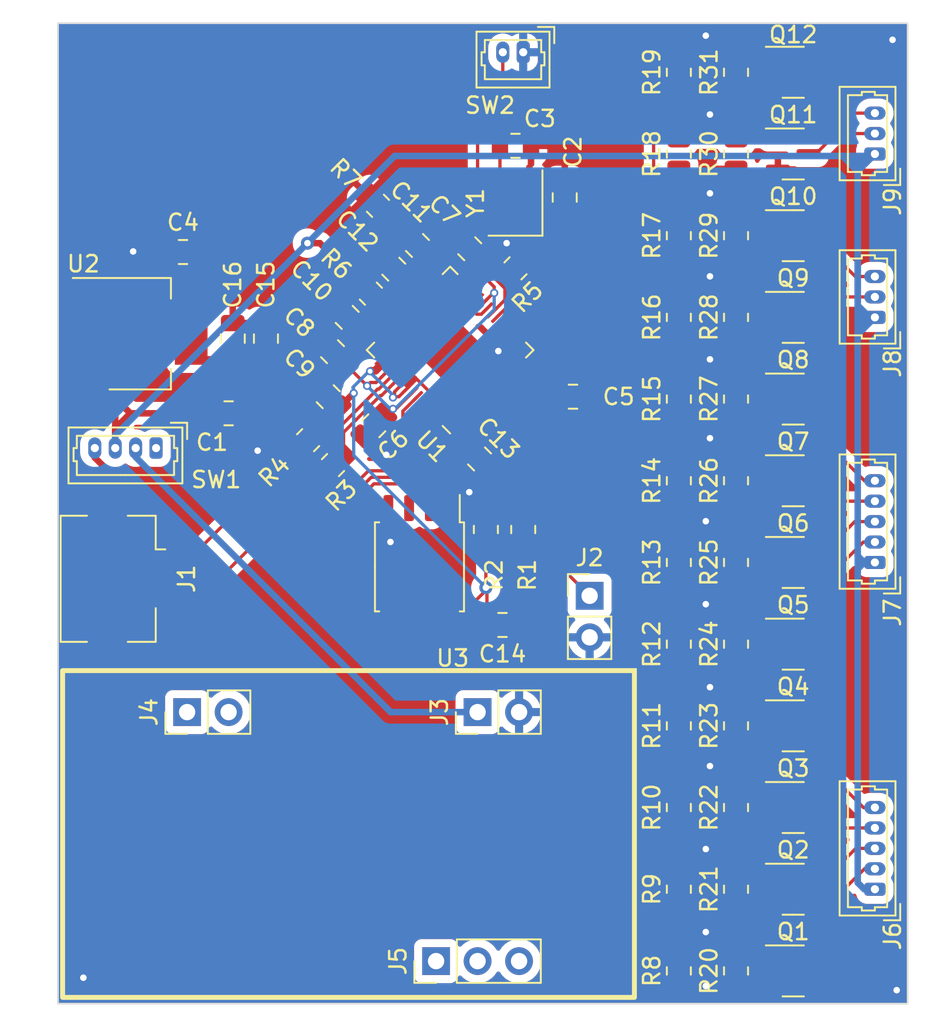
<source format=kicad_pcb>
(kicad_pcb (version 20221018) (generator pcbnew)
  (layers (0 "F.Cu" signal) (31 "B.Cu" signal) (34 "B.Paste" user) (35 "F.Paste" user) (36 "B.SilkS" user "B.Silkscreen") (37 "F.SilkS" user "F.Silkscreen") (38 "B.Mask" user) (39 "F.Mask" user) (44 "Edge.Cuts" user))
  (net 0 "")
  (net 1 "VCC")
  (net 2 "GND")
  (net 3 "Net-(U1-XIN)")
  (net 4 "Net-(C3-Pad2)")
  (net 5 "+3V3")
  (net 6 "+1V1")
  (net 7 "Net-(J1-VBUS)")
  (net 8 "Net-(J1-D-)")
  (net 9 "Net-(J1-D+)")
  (net 11 "Net-(J2-Pin_1)")
  (net 12 "Net-(J3-Pin_1)")
  (net 18 "Net-(J6-Pin_2)")
  (net 19 "Net-(J6-Pin_3)")
  (net 20 "Net-(J6-Pin_4)")
  (net 21 "Net-(J6-Pin_5)")
  (net 22 "Net-(J7-Pin_2)")
  (net 23 "Net-(J7-Pin_3)")
  (net 24 "Net-(J7-Pin_4)")
  (net 25 "Net-(J7-Pin_5)")
  (net 26 "Net-(J8-Pin_2)")
  (net 27 "Net-(J8-Pin_3)")
  (net 28 "Net-(J9-Pin_2)")
  (net 29 "Net-(J9-Pin_3)")
  (net 30 "Net-(Q1-G)")
  (net 31 "Net-(Q2-G)")
  (net 32 "Net-(Q3-G)")
  (net 33 "Net-(Q4-G)")
  (net 34 "Net-(Q5-G)")
  (net 35 "Net-(Q6-G)")
  (net 36 "Net-(Q7-G)")
  (net 37 "Net-(Q8-G)")
  (net 38 "Net-(Q9-G)")
  (net 39 "Net-(Q10-G)")
  (net 40 "Net-(Q11-G)")
  (net 41 "Net-(Q12-G)")
  (net 42 "Net-(U1-QSPI_SS)")
  (net 43 "Net-(U1-USB_DP)")
  (net 44 "Net-(U1-USB_DM)")
  (net 45 "Net-(U1-XOUT)")
  (net 46 "Net-(U1-GPIO26_ADC0)")
  (net 47 "Net-(U1-GPIO0)")
  (net 48 "Net-(U1-GPIO1)")
  (net 49 "Net-(U1-GPIO2)")
  (net 50 "Net-(U1-GPIO3)")
  (net 51 "Net-(U1-GPIO4)")
  (net 52 "Net-(U1-GPIO5)")
  (net 53 "Net-(U1-GPIO6)")
  (net 54 "Net-(U1-GPIO7)")
  (net 55 "Net-(U1-GPIO8)")
  (net 56 "Net-(U1-GPIO9)")
  (net 57 "Net-(U1-GPIO10)")
  (net 58 "Net-(U1-GPIO11)")
  (net 60 "Net-(U1-RUN)")
  (net 80 "Net-(U1-QSPI_SD3)")
  (net 81 "Net-(U1-QSPI_SCLK)")
  (net 82 "Net-(U1-QSPI_SD0)")
  (net 83 "Net-(U1-QSPI_SD2)")
  (net 84 "Net-(U1-QSPI_SD1)")
  (footprint "Connector_Molex:Molex_PicoBlade_53047-0510_1x05_P1.25mm_Vertical" (layer "F.Cu") (at 131 128 90)
    (fp_text reference "J7")
    (fp_text value "R Spinner")
  )
  (footprint "Capacitor_SMD:C_0805_2012Metric" (layer "F.Cu") (at 98.7 113 135)
    (fp_text reference "C10")
    (fp_text value "1u")
  )
  (footprint "Resistor_SMD:R_0805_2012Metric" (layer "F.Cu") (at 119 128 90)
    (fp_text reference "R13")
    (fp_text value "~")
  )
  (footprint "Resistor_SMD:R_0805_2012Metric" (layer "F.Cu") (at 100.584 106.172 -45)
    (fp_text reference "R7")
    (fp_text value "~")
  )
  (footprint "Resistor_SMD:R_0805_2012Metric" (layer "F.Cu") (at 119 143 90)
    (fp_text reference "R10")
    (fp_text value "~")
  )
  (footprint "Connector_Molex:Molex_PicoBlade_53047-0210_1x02_P1.25mm_Vertical" (layer "F.Cu") (at 109.474 96.774 180)
    (fp_text reference "SW2")
    (fp_text value "SW_Push")
  )
  (footprint "Capacitor_SMD:C_0805_2012Metric" (layer "F.Cu") (at 106.8 121.666 -45)
    (fp_text reference "C13")
    (fp_text value "100n")
  )
  (footprint "Resistor_SMD:R_0805_2012Metric" (layer "F.Cu") (at 122.5 133 90)
    (fp_text reference "R24")
    (fp_text value "~")
  )
  (footprint "Connector_PinHeader_2.54mm:PinHeader_1x02_P2.54mm_Vertical" (layer "F.Cu") (at 88.9 137.16 90)
    (fp_text reference "J4")
    (fp_text value "Charger - In")
  )
  (footprint "Resistor_SMD:R_0805_2012Metric" (layer "F.Cu") (at 107.188 125.984 -90)
    (fp_text reference "R2")
    (fp_text value "DNF")
  )
  (footprint "Resistor_SMD:R_0805_2012Metric" (layer "F.Cu") (at 109 110 -135)
    (fp_text reference "R5")
    (fp_text value "1k")
  )
  (footprint "Package_SO:SOIC-8_5.23x5.23mm_P1.27mm" (layer "F.Cu") (at 103.124 128.27 -90)
    (fp_text reference "U3")
    (fp_text value "W25Q128JVS")
  )
  (footprint "Package_DFN_QFN:QFN-56-1EP_7x7mm_P0.4mm_EP3.2x3.2mm" (layer "F.Cu") (at 105 115 135)
    (fp_text reference "U1")
    (fp_text value "RP2040")
  )
  (footprint "Resistor_SMD:R_0805_2012Metric" (layer "F.Cu") (at 119 138 90)
    (fp_text reference "R11")
    (fp_text value "~")
  )
  (footprint "Capacitor_SMD:C_0805_2012Metric" (layer "F.Cu") (at 112.522 117.856)
    (fp_text reference "C5")
    (fp_text value "100n")
  )
  (footprint "Capacitor_SMD:C_0805_2012Metric" (layer "F.Cu") (at 97.8 115.1 135)
    (fp_text reference "C8")
    (fp_text value "1u")
  )
  (footprint "Capacitor_SMD:C_0805_2012Metric" (layer "F.Cu") (at 112.014 105.664 -90)
    (fp_text reference "C2")
    (fp_text value "15p")
  )
  (footprint "Capacitor_SMD:C_0805_2012Metric" (layer "F.Cu") (at 103 108.6 135)
    (fp_text reference "C11")
    (fp_text value "100n")
  )
  (footprint "Connector_PinHeader_2.54mm:PinHeader_1x03_P2.54mm_Vertical" (layer "F.Cu") (at 104.14 152.4 90)
    (fp_text reference "J5")
    (fp_text value "Charger - Bat")
  )
  (footprint "Capacitor_SMD:C_0805_2012Metric" (layer "F.Cu") (at 88.65 109 180)
    (fp_text reference "C4")
    (fp_text value "10u")
  )
  (footprint "Resistor_SMD:R_0805_2012Metric" (layer "F.Cu") (at 97.83 122.04 -135)
    (fp_text reference "R3")
    (fp_text value "27.4")
  )
  (footprint "Resistor_SMD:R_0805_2012Metric" (layer "F.Cu") (at 122.5 143 90)
    (fp_text reference "R22")
    (fp_text value "~")
  )
  (footprint "Resistor_SMD:R_0805_2012Metric" (layer "F.Cu") (at 122.5 98 90)
    (fp_text reference "R31")
    (fp_text value "~")
  )
  (footprint "Package_TO_SOT_SMD:SOT-23" (layer "F.Cu") (at 126 133)
    (fp_text reference "Q5")
    (fp_text value "BSS138")
  )
  (footprint "Resistor_SMD:R_0805_2012Metric" (layer "F.Cu") (at 122.5 123 90)
    (fp_text reference "R26")
    (fp_text value "~")
  )
  (footprint "Connector_PinHeader_2.54mm:PinHeader_1x02_P2.54mm_Vertical" (layer "F.Cu") (at 106.68 137.16 90)
    (fp_text reference "J3")
    (fp_text value "Charger - Out")
  )
  (footprint "Resistor_SMD:R_0805_2012Metric" (layer "F.Cu") (at 122.5 103 90)
    (fp_text reference "R30")
    (fp_text value "~")
  )
  (footprint "Resistor_SMD:R_0805_2012Metric" (layer "F.Cu") (at 122.5 148 90)
    (fp_text reference "R21")
    (fp_text value "~")
  )
  (footprint "Resistor_SMD:R_0805_2012Metric" (layer "F.Cu") (at 119 108 90)
    (fp_text reference "R17")
    (fp_text value "~")
  )
  (footprint "Package_TO_SOT_SMD:SOT-23" (layer "F.Cu") (at 126 98)
    (fp_text reference "Q12")
    (fp_text value "BSS138")
  )
  (footprint "Resistor_SMD:R_0805_2012Metric" (layer "F.Cu") (at 119 118 90)
    (fp_text reference "R15")
    (fp_text value "~")
  )
  (footprint "Resistor_SMD:R_0805_2012Metric" (layer "F.Cu") (at 119 148 90)
    (fp_text reference "R9")
    (fp_text value "~")
  )
  (footprint "Capacitor_SMD:C_0805_2012Metric" (layer "F.Cu") (at 91.44 118.872)
    (fp_text reference "C1")
    (fp_text value "10u")
  )
  (footprint "Capacitor_SMD:C_0805_2012Metric" (layer "F.Cu") (at 101.55 110.05 135)
    (fp_text reference "C12")
    (fp_text value "100n")
  )
  (footprint "Connector_PinHeader_2.54mm:PinHeader_1x02_P2.54mm_Vertical" (layer "F.Cu") (at 113.538 130.043)
    (fp_text reference "J2")
    (fp_text value "Conn_01x02")
  )
  (footprint "Package_TO_SOT_SMD:SOT-23" (layer "F.Cu") (at 126 118)
    (fp_text reference "Q8")
    (fp_text value "BSS138")
  )
  (footprint "Package_TO_SOT_SMD:SOT-23" (layer "F.Cu") (at 126 103)
    (fp_text reference "Q11")
    (fp_text value "BSS138")
  )
  (footprint "Resistor_SMD:R_0805_2012Metric" (layer "F.Cu") (at 119 133 90)
    (fp_text reference "R12")
    (fp_text value "~")
  )
  (footprint "Connector_Molex:Molex_PicoBlade_53047-0310_1x03_P1.25mm_Vertical" (layer "F.Cu") (at 131 113 90)
    (fp_text reference "J8")
    (fp_text value "L Blinker")
  )
  (footprint "Resistor_SMD:R_0805_2012Metric" (layer "F.Cu") (at 96.306 120.516 45)
    (fp_text reference "R4")
    (fp_text value "27.4")
  )
  (footprint "Crystal:Crystal_SMD_3225-4Pin_3.2x2.5mm" (layer "F.Cu") (at 109 106 90)
    (fp_text reference "Y1")
    (fp_text value "Crystal_GND24")
  )
  (footprint "Package_TO_SOT_SMD:SOT-23" (layer "F.Cu") (at 126 123)
    (fp_text reference "Q7")
    (fp_text value "BSS138")
  )
  (footprint "Resistor_SMD:R_0805_2012Metric" (layer "F.Cu") (at 119 153 90)
    (fp_text reference "R8")
    (fp_text value "~")
  )
  (footprint "Resistor_SMD:R_0805_2012Metric" (layer "F.Cu") (at 100.15 111.55 135)
    (fp_text reference "R6")
    (fp_text value "~")
  )
  (footprint "Resistor_SMD:R_0805_2012Metric" (layer "F.Cu") (at 119 113 90)
    (fp_text reference "R16")
    (fp_text value "~")
  )
  (footprint "Capacitor_SMD:C_0805_2012Metric" (layer "F.Cu") (at 97.536 117.856 135)
    (fp_text reference "C9")
    (fp_text value "100n")
  )
  (footprint "Resistor_SMD:R_0805_2012Metric" (layer "F.Cu") (at 109.474 125.984 -90)
    (fp_text reference "R1")
    (fp_text value "1k")
  )
  (footprint "Capacitor_SMD:C_0805_2012Metric" (layer "F.Cu") (at 108.204 131.826)
    (fp_text reference "C14")
    (fp_text value "100n")
  )
  (footprint "Connector_Molex:Molex_PicoBlade_53047-0310_1x03_P1.25mm_Vertical" (layer "F.Cu") (at 131 103 90)
    (fp_text reference "J9")
    (fp_text value "R Blinker")
  )
  (footprint "Capacitor_SMD:C_0805_2012Metric" (layer "F.Cu") (at 106.2 108.8 135)
    (fp_text reference "C7")
    (fp_text value "100n")
  )
  (footprint "Package_TO_SOT_SMD:SOT-223-3_TabPin2" (layer "F.Cu") (at 86 114)
    (fp_text reference "U2")
    (fp_text value "NCP1117-3.3_SOT223")
  )
  (footprint "Package_TO_SOT_SMD:SOT-23" (layer "F.Cu") (at 126 108)
    (fp_text reference "Q10")
    (fp_text value "BSS138")
  )
  (footprint "Resistor_SMD:R_0805_2012Metric" (layer "F.Cu") (at 122.5 138 90)
    (fp_text reference "R23")
    (fp_text value "~")
  )
  (footprint "Package_TO_SOT_SMD:SOT-23" (layer "F.Cu") (at 126 113)
    (fp_text reference "Q9")
    (fp_text value "BSS138")
  )
  (footprint "Package_TO_SOT_SMD:SOT-23" (layer "F.Cu") (at 126 138)
    (fp_text reference "Q4")
    (fp_text value "BSS138")
  )
  (footprint "Resistor_SMD:R_0805_2012Metric" (layer "F.Cu") (at 119 98 90)
    (fp_text reference "R19")
    (fp_text value "~")
  )
  (footprint "Connector_Molex:Molex_PicoBlade_53047-0410_1x04_P1.25mm_Vertical" (layer "F.Cu") (at 87 121 180)
    (fp_text reference "SW1")
    (fp_text value "SW_SP3T")
  )
  (footprint "Resistor_SMD:R_0805_2012Metric" (layer "F.Cu") (at 122.5 118 90)
    (fp_text reference "R27")
    (fp_text value "~")
  )
  (footprint "Package_TO_SOT_SMD:SOT-23" (layer "F.Cu") (at 126 128)
    (fp_text reference "Q6")
    (fp_text value "BSS138")
  )
  (footprint "Resistor_SMD:R_0805_2012Metric" (layer "F.Cu") (at 122.5 113 90)
    (fp_text reference "R28")
    (fp_text value "~")
  )
  (footprint "Connector_USB:USB_Micro-B_Amphenol_10104110_Horizontal" (layer "F.Cu") (at 85.318 129 -90)
    (fp_text reference "J1")
    (fp_text value "USB_B_Micro")
  )
  (footprint "Resistor_SMD:R_0805_2012Metric" (layer "F.Cu") (at 119 123 90)
    (fp_text reference "R14")
    (fp_text value "~")
  )
  (footprint "Capacitor_SMD:C_0805_2012Metric" (layer "F.Cu") (at 93.726 114.3 90)
    (fp_text reference "C15")
    (fp_text value "100n")
  )
  (footprint "Capacitor_SMD:C_0805_2012Metric" (layer "F.Cu") (at 109 102.5 180)
    (fp_text reference "C3")
    (fp_text value "15p")
  )
  (footprint "Resistor_SMD:R_0805_2012Metric" (layer "F.Cu") (at 119 103 90)
    (fp_text reference "R18")
    (fp_text value "~")
  )
  (footprint "Capacitor_SMD:C_0805_2012Metric" (layer "F.Cu") (at 91.694 114.3 90)
    (fp_text reference "C16")
    (fp_text value "100n")
  )
  (footprint "Package_TO_SOT_SMD:SOT-23" (layer "F.Cu") (at 126 153)
    (fp_text reference "Q1")
    (fp_text value "BSS138")
  )
  (footprint "Resistor_SMD:R_0805_2012Metric" (layer "F.Cu") (at 122.5 128 90)
    (fp_text reference "R25")
    (fp_text value "~")
  )
  (footprint "Capacitor_SMD:C_0805_2012Metric" (layer "F.Cu") (at 100.33 119.634 -135)
    (fp_text reference "C6")
    (fp_text value "100n")
  )
  (footprint "Resistor_SMD:R_0805_2012Metric" (layer "F.Cu") (at 122.5 153 90)
    (fp_text reference "R20")
    (fp_text value "~")
  )
  (footprint "Package_TO_SOT_SMD:SOT-23" (layer "F.Cu") (at 126 143)
    (fp_text reference "Q3")
    (fp_text value "BSS138")
  )
  (footprint "Resistor_SMD:R_0805_2012Metric" (layer "F.Cu") (at 122.5 108 90)
    (fp_text reference "R29")
    (fp_text value "~")
  )
  (footprint "Package_TO_SOT_SMD:SOT-23" (layer "F.Cu") (at 126 148)
    (fp_text reference "Q2")
    (fp_text value "BSS138")
  )
  (footprint "Connector_Molex:Molex_PicoBlade_53047-0510_1x05_P1.25mm_Vertical" (layer "F.Cu") (at 131 148 90)
    (fp_text reference "J6")
    (fp_text value "L Spinner")
  )
  (gr_poly (pts (xy 81.28 154.620001) (xy 81.28 134.62) (xy 116.28 134.620001) (xy 116.28 154.620001)) (stroke (width 0.3)) (fill none) (layer "F.SilkS"))
  (gr_line (start 81 95) (end 133 95) (stroke (width 0.1)) (layer "Edge.Cuts"))
  (gr_line (start 81 155) (end 81 95) (stroke (width 0.1)) (layer "Edge.Cuts"))
  (gr_line (start 133 155) (end 133 95) (stroke (width 0.1)) (layer "Edge.Cuts"))
  (gr_line (start 133 155) (end 81 155) (stroke (width 0.1)) (layer "Edge.Cuts"))
  (segment (start 84.5 121) (end 84.5 119.794) (width 0.4) (layer "F.Cu") (net 1))
  (segment (start 84.5 117.95) (end 82.85 116.3) (width 0.4) (layer "F.Cu") (net 1))
  (segment (start 99.474765 110.904765) (end 99.504765 110.904765) (width 0.4) (layer "F.Cu") (net 1))
  (segment (start 85.422 118.872) (end 90.49 118.872) (width 0.4) (layer "F.Cu") (net 1))
  (segment (start 84.5 119.794) (end 85.422 118.872) (width 0.4) (layer "F.Cu") (net 1))
  (segment (start 97.028 108.458) (end 99.474765 110.904765) (width 0.4) (layer "F.Cu") (net 1))
  (segment (start 84.5 121) (end 84.5 117.95) (width 0.4) (layer "F.Cu") (net 1))
  (segment (start 96.266 108.458) (end 97.028 108.458) (width 0.4) (layer "F.Cu") (net 1))
  (segment (start 82.85 116.3) (end 85.422 118.872) (width 0.4) (layer "F.Cu") (net 1))
  (via (at 96.266 108.458) (size 0.8) (drill 0.4) (layers "F.Cu" "B.Cu") (net 1))
  (segment (start 131 113) (end 130.682 113) (width 0.4) (layer "B.Cu") (net 1))
  (segment (start 129.95 147.6) (end 130.35 148) (width 0.4) (layer "B.Cu") (net 1))
  (segment (start 130.01 112.776) (end 130.234 113) (width 0.4) (layer "B.Cu") (net 1))
  (segment (start 129.95 127.6) (end 130.35 128) (width 0.4) (layer "B.Cu") (net 1))
  (segment (start 129.54 103.64) (end 129.54 103.378) (width 0.4) (layer "B.Cu") (net 1))
  (segment (start 130.048 103.632) (end 130.208 103.792) (width 0.4) (layer "B.Cu") (net 1))
  (segment (start 130.048 103.124) (end 130.302 103.124) (width 0.4) (layer "B.Cu") (net 1))
  (segment (start 129.794 103.378) (end 130.048 103.632) (width 0.4) (layer "B.Cu") (net 1))
  (segment (start 128.778 103.124) (end 129.54 103.124) (width 0.4) (layer "B.Cu") (net 1))
  (segment (start 130.35 148) (end 131 148) (width 0.4) (layer "B.Cu") (net 1))
  (segment (start 129.95 113.284) (end 129.95 112.776) (width 0.4) (layer "B.Cu") (net 1))
  (segment (start 130.208 103.792) (end 131 103) (width 0.4) (layer "B.Cu") (net 1))
  (segment (start 129.54 103.378) (end 129.794 103.378) (width 0.4) (layer "B.Cu") (net 1))
  (segment (start 131 113) (end 130.255 113.745) (width 0.4) (layer "B.Cu") (net 1))
  (segment (start 130.234 113.724) (end 130.234 113) (width 0.4) (layer "B.Cu") (net 1))
  (segment (start 130.048 103.632) (end 130.368 103.632) (width 0.4) (layer "B.Cu") (net 1))
  (segment (start 130.302 103.378) (end 130.048 103.632) (width 0.4) (layer "B.Cu") (net 1))
  (segment (start 129.95 104.174) (end 129.95 112.081371) (width 0.4) (layer "B.Cu") (net 1))
  (segment (start 96.266 108.458) (end 101.6 103.124) (width 0.4) (layer "B.Cu") (net 1))
  (segment (start 129.95 112.268) (end 129.95 104.05) (width 0.4) (layer "B.Cu") (net 1))
  (segment (start 129.54 103.378) (end 129.54 103.124) (width 0.4) (layer "B.Cu") (net 1))
  (segment (start 129.95 127.508) (end 129.95 127.6) (width 0.4) (layer "B.Cu") (net 1))
  (segment (start 129.95 127.508) (end 129.95 128.4) (width 0.4) (layer "B.Cu") (net 1))
  (segment (start 130.368 103.632) (end 131 103) (width 0.4) (layer "B.Cu") (net 1))
  (segment (start 129.95 104.05) (end 129.54 103.64) (width 0.4) (layer "B.Cu") (net 1))
  (segment (start 130.048 103.124) (end 130.048 103.632) (width 0.4) (layer "B.Cu") (net 1))
  (segment (start 129.54 103.124) (end 130.048 103.124) (width 0.4) (layer "B.Cu") (net 1))
  (segment (start 130.302 103.124) (end 130.302 103.378) (width 0.4) (layer "B.Cu") (net 1))
  (segment (start 130.682 113) (end 129.95 112.268) (width 0.4) (layer "B.Cu") (net 1))
  (segment (start 129.95 114.05) (end 129.95 114.3) (width 0.4) (layer "B.Cu") (net 1))
  (segment (start 129.024 103.124) (end 128.778 103.124) (width 0.4) (layer "B.Cu") (net 1))
  (segment (start 84.5 121) (end 84.5 120.224) (width 0.4) (layer "B.Cu") (net 1))
  (segment (start 130.35 128) (end 129.95 128.4) (width 0.4) (layer "B.Cu") (net 1))
  (segment (start 130.255 113.745) (end 130.234 113.724) (width 0.4) (layer "B.Cu") (net 1))
  (segment (start 130.302 103.124) (end 131 103.124) (width 0.4) (layer "B.Cu") (net 1))
  (segment (start 130.35 128) (end 131 128) (width 0.4) (layer "B.Cu") (net 1))
  (segment (start 130.255 113.745) (end 129.95 114.05) (width 0.4) (layer "B.Cu") (net 1))
  (segment (start 129.95 112.776) (end 129.95 112.268) (width 0.4) (layer "B.Cu") (net 1))
  (segment (start 84.5 120.224) (end 96.266 108.458) (width 0.4) (layer "B.Cu") (net 1))
  (segment (start 130.234 113) (end 131 113) (width 0.4) (layer "B.Cu") (net 1))
  (segment (start 129.95 127.508) (end 129.95 114.3) (width 0.4) (layer "B.Cu") (net 1))
  (segment (start 129.95 112.776) (end 130.01 112.776) (width 0.4) (layer "B.Cu") (net 1))
  (segment (start 129.95 114.3) (end 129.95 113.284) (width 0.4) (layer "B.Cu") (net 1))
  (segment (start 129.95 104.05) (end 130.208 103.792) (width 0.4) (layer "B.Cu") (net 1))
  (segment (start 101.6 103.124) (end 128.778 103.124) (width 0.4) (layer "B.Cu") (net 1))
  (segment (start 129.95 128.4) (end 129.95 147.6) (width 0.4) (layer "B.Cu") (net 1))
  (segment (start 130.234 113) (end 129.95 113.284) (width 0.4) (layer "B.Cu") (net 1))
  (segment (start 129.95 104.05) (end 129.024 103.124) (width 0.4) (layer "B.Cu") (net 1))
  (segment (start 107.405106 114.009106) (end 107.188 114.226213) (width 0.2) (layer "F.Cu") (net 2))
  (segment (start 97.128249 114.428249) (end 97.128249 114.400249) (width 0.4) (layer "F.Cu") (net 2))
  (segment (start 86.868 130.3) (end 84.168 130.3) (width 0.4) (layer "F.Cu") (net 2))
  (segment (start 95.176498 118.872) (end 92.39 118.872) (width 0.4) (layer "F.Cu") (net 2))
  (segment (start 108.458 107.408) (end 108.15 107.1) (width 0.2) (layer "F.Cu") (net 2))
  (segment (start 107.188 114.808) (end 107.188 114.3) (width 0.4) (layer "F.Cu") (net 2))
  (segment (start 105.328249 107.928249) (end 105.528249 108.128249) (width 0.4) (layer "F.Cu") (net 2))
  (segment (start 97.128249 114.400249) (end 96.012 113.284) (width 0.4) (layer "F.Cu") (net 2))
  (segment (start 107.188 114.808) (end 107.696 114.808) (width 0.2) (layer "F.Cu") (net 2))
  (segment (start 108.458 108.458) (end 108.458 107.408) (width 0.2) (layer "F.Cu") (net 2))
  (segment (start 96.864249 117.184249) (end 95.176498 118.872) (width 0.4) (layer "F.Cu") (net 2))
  (segment (start 107.315 114.681) (end 107.569 114.681) (width 0.2) (layer "F.Cu") (net 2))
  (segment (start 106.897106 114.517106) (end 107.188 114.808) (width 0.2) (layer "F.Cu") (net 2))
  (segment (start 122.4885 153.924) (end 122.5 153.9125) (width 0.2) (layer "F.Cu") (net 2))
  (segment (start 125.025 153.9125) (end 125.0625 153.95) (width 0.2) (layer "F.Cu") (net 2))
  (segment (start 107.696 114.808) (end 107.95 115.062) (width 0.2) (layer "F.Cu") (net 2))
  (segment (start 107.569 114.681) (end 107.95 115.062) (width 0.2) (layer "F.Cu") (net 2))
  (segment (start 107.188 114.3) (end 107.569 114.681) (width 0.2) (layer "F.Cu") (net 2))
  (segment (start 93.792 113.284) (end 93.726 113.35) (width 0.4) (layer "F.Cu") (net 2))
  (segment (start 106.897106 114.517106) (end 106.414212 115) (width 0.2) (layer "F.Cu") (net 2))
  (segment (start 101.219 124.67) (end 101.219 126.619) (width 0.4) (layer "F.Cu") (net 2))
  (segment (start 105.062 115.062) (end 105 115) (width 0.4) (layer "F.Cu") (net 2))
  (segment (start 107.442 115.062) (end 107.188 114.808) (width 0.4) (layer "F.Cu") (net 2))
  (segment (start 120.65 153.924) (end 122.4885 153.924) (width 0.4) (layer "F.Cu") (net 2))
  (segment (start 96.012 113.284) (end 93.792 113.284) (width 0.4) (layer "F.Cu") (net 2))
  (segment (start 101.219 126.619) (end 101.346 126.746) (width 0.4) (layer "F.Cu") (net 2))
  (segment (start 83.65 130.3) (end 83.5 130.15) (width 0.4) (layer "F.Cu") (net 2))
  (segment (start 107.95 115.062) (end 107.442 115.062) (width 0.4) (layer "F.Cu") (net 2))
  (segment (start 107.188 114.226213) (end 107.188 114.3) (width 0.2) (layer "F.Cu") (net 2))
  (segment (start 122.5 153.9125) (end 125.025 153.9125) (width 0.4) (layer "F.Cu") (net 2))
  (segment (start 100.878249 109.378249) (end 102.328249 107.928249) (width 0.4) (layer "F.Cu") (net 2))
  (segment (start 107.405106 114.009106) (end 106.897106 114.517106) (width 0.2) (layer "F.Cu") (net 2))
  (segment (start 108.137786 113.276427) (end 107.405106 114.009106) (width 0.2) (layer "F.Cu") (net 2))
  (segment (start 107.188 114.808) (end 107.315 114.681) (width 0.2) (layer "F.Cu") (net 2))
  (segment (start 107.442 115.062) (end 105.062 115.062) (width 0.4) (layer "F.Cu") (net 2))
  (segment (start 102.328249 107.928249) (end 105.328249 107.928249) (width 0.4) (layer "F.Cu") (net 2))
  (segment (start 99.658249 120.305751) (end 99.731751 120.305751) (width 0.4) (layer "F.Cu") (net 2))
  (segment (start 106.414212 115) (end 105 115) (width 0.2) (layer "F.Cu") (net 2))
  (via (at 120.65 153.924) (size 0.8) (drill 0.4) (layers "F.Cu" "B.Cu") (net 2))
  (via (at 120.904 140.462) (size 0.8) (drill 0.4) (layers "F.Cu" "B.Cu") (net 2))
  (via (at 120.65 130.556) (size 0.8) (drill 0.4) (layers "F.Cu" "B.Cu") (net 2))
  (via (at 120.904 110.49) (size 0.8) (drill 0.4) (layers "F.Cu" "B.Cu") (net 2))
  (via (at 82.55 153.416) (size 0.8) (drill 0.4) (layers "F.Cu" "B.Cu") (net 2))
  (via (at 120.904 115.57) (size 0.8) (drill 0.4) (layers "F.Cu" "B.Cu") (net 2))
  (via (at 120.904 105.41) (size 0.8) (drill 0.4) (layers "F.Cu" "B.Cu") (net 2))
  (via (at 132.334 154.178) (size 0.8) (drill 0.4) (layers "F.Cu" "B.Cu") (net 2))
  (via (at 120.65 145.542) (size 0.8) (drill 0.4) (layers "F.Cu" "B.Cu") (net 2))
  (via (at 120.904 135.636) (size 0.8) (drill 0.4) (layers "F.Cu" "B.Cu") (net 2))
  (via (at 120.904 120.396) (size 0.8) (drill 0.4) (layers "F.Cu" "B.Cu") (net 2))
  (via (at 101.346 126.746) (size 0.8) (drill 0.4) (layers "F.Cu" "B.Cu") (net 2))
  (via (at 132.08 96.012) (size 0.8) (drill 0.4) (layers "F.Cu" "B.Cu") (net 2))
  (via (at 108.458 108.458) (size 0.8) (drill 0.4) (layers "F.Cu" "B.Cu") (net 2))
  (via (at 93.218 121.158) (size 0.8) (drill 0.4) (layers "F.Cu" "B.Cu") (net 2))
  (via (at 101.092 121.412) (size 0.8) (drill 0.4) (layers "F.Cu" "B.Cu") (net 2))
  (via (at 85.598 108.966) (size 0.8) (drill 0.4) (layers "F.Cu" "B.Cu") (net 2))
  (via (at 120.65 150.622) (size 0.8) (drill 0.4) (layers "F.Cu" "B.Cu") (net 2))
  (via (at 120.904 100.584) (size 0.8) (drill 0.4) (layers "F.Cu" "B.Cu") (net 2))
  (via (at 107.95 115.062) (size 0.8) (drill 0.4) (layers "F.Cu" "B.Cu") (net 2))
  (via (at 106.172 123.698) (size 0.8) (drill 0.4) (layers "F.Cu" "B.Cu") (net 2))
  (via (at 120.65 125.476) (size 0.8) (drill 0.4) (layers "F.Cu" "B.Cu") (net 2))
  (via (at 120.65 95.758) (size 0.8) (drill 0.4) (layers "F.Cu" "B.Cu") (net 2))
  (segment (start 110.336 106.614) (end 109.85 107.1) (width 0.2) (layer "F.Cu") (net 3))
  (segment (start 112.014 106.614) (end 110.336 106.614) (width 0.2) (layer "F.Cu") (net 3))
  (segment (start 110.703946 107.953946) (end 109.85 107.1) (width 0.2) (layer "F.Cu") (net 3))
  (segment (start 107.854944 112.993585) (end 110.703946 110.144583) (width 0.2) (layer "F.Cu") (net 3))
  (segment (start 110.703946 110.144583) (end 110.703946 107.953946) (width 0.2) (layer "F.Cu") (net 3))
  (segment (start 108.05 104.8) (end 108.15 104.9) (width 0.2) (layer "F.Cu") (net 4))
  (segment (start 109.645235 109.354765) (end 109.51047 109.22) (width 0.2) (layer "F.Cu") (net 4))
  (segment (start 108.05 102.5) (end 108.05 104.8) (width 0.2) (layer "F.Cu") (net 4))
  (segment (start 108.171 109.22) (end 107.188 108.237) (width 0.2) (layer "F.Cu") (net 4))
  (segment (start 107.188 108.237) (end 107.188 105.862) (width 0.2) (layer "F.Cu") (net 4))
  (segment (start 108.016 104.766) (end 108.15 104.9) (width 0.2) (layer "F.Cu") (net 4))
  (segment (start 109.51047 109.22) (end 108.171 109.22) (width 0.2) (layer "F.Cu") (net 4))
  (segment (start 107.188 105.862) (end 108.15 104.9) (width 0.2) (layer "F.Cu") (net 4))
  (segment (start 100.247307 116.3) (end 100.173653 116.226346) (width 0.4) (layer "F.Cu") (net 5))
  (segment (start 101.108337 114.785294) (end 100.730843 114.407798) (width 0.2) (layer "F.Cu") (net 5))
  (segment (start 109.270213 117.856) (end 111.572 117.856) (width 0.2) (layer "F.Cu") (net 5))
  (segment (start 101.219 115.443) (end 101.421812 115.240188) (width 0.2) (layer "F.Cu") (net 5))
  (segment (start 100.730843 115.423157) (end 100.730843 115.592202) (width 0.2) (layer "F.Cu") (net 5))
  (segment (start 100.730843 114.54922) (end 100.589421 114.407798) (width 0.4) (layer "F.Cu") (net 5))
  (segment (start 107.254 131.826) (end 105.073 131.826) (width 0.2) (layer "F.Cu") (net 5))
  (segment (start 102.55196 117.006415) (end 102.362 117.006415) (width 0.2) (layer "F.Cu") (net 5))
  (segment (start 101.013686 115.648314) (end 101.219 115.443) (width 0.2) (layer "F.Cu") (net 5))
  (segment (start 102.221751 110.807538) (end 102.221751 110.721751) (width 0.2) (layer "F.Cu") (net 5))
  (segment (start 105.592202 119.269157) (end 105.104812 118.781769) (width 0.2) (layer "F.Cu") (net 5))
  (segment (start 102.522553 116.628922) (end 102.522549 116.628922) (width 0.2) (layer "F.Cu") (net 5))
  (segment (start 107.760289 116.346076) (end 108.137786 116.723573) (width 0.2) (layer "F.Cu") (net 5))
  (segment (start 101.013686 115.875045) (end 101.013686 115.309358) (width 0.2) (layer "F.Cu") (net 5))
  (segment (start 89.15 115.57) (end 89.15 114) (width 0.4) (layer "F.Cu") (net 5))
  (segment (start 102.587188 116.971188) (end 102.714188 116.844188) (width 0.2) (layer "F.Cu") (net 5))
  (segment (start 102.221751 110.721751) (end 103.671751 109.271751) (width 0.2) (layer "F.Cu") (net 5))
  (segment (start 101.294812 115.113188) (end 101.421812 115.240188) (width 0.2) (layer "F.Cu") (net 5))
  (segment (start 101.396331 114.785294) (end 101.108337 114.785294) (width 0.2) (layer "F.Cu") (net 5))
  (segment (start 102.362 117.006415) (end 102.145056 117.006415) (width 0.2) (layer "F.Cu") (net 5))
  (segment (start 101.548812 115.367188) (end 102.87 116.688375) (width 0.2) (layer "F.Cu") (net 5))
  (segment (start 101.861157 117.856) (end 102.427899 117.289258) (width 0.2) (layer "F.Cu") (net 5))
  (segment (start 101.040812 114.859188) (end 101.167812 114.986188) (width 0.2) (layer "F.Cu") (net 5))
  (segment (start 101.6 117.856) (end 101.6 117.551471) (width 0.2) (layer "F.Cu") (net 5))
  (segment (start 100.570366 116.318365) (end 100.124252 116.318365) (width 0.2) (layer "F.Cu") (net 5))
  (segment (start 100.730843 114.54922) (end 100.334264 114.152641) (width 0.4) (layer "F.Cu") (net 5))
  (segment (start 101.049522 115.273522) (end 101.209856 115.113188) (width 0.2) (layer "F.Cu") (net 5))
  (segment (start 102.87 116.847157) (end 102.427899 117.289258) (width 0.2) (layer "F.Cu") (net 5))
  (segment (start 101.040812 114.859188) (end 100.730843 115.169157) (width 0.2) (layer "F.Cu") (net 5))
  (segment (start 105.060437 118.669188) (end 105.104812 118.713563) (width 0.2) (layer "F.Cu") (net 5))
  (segment (start 101.548812 115.367188) (end 101.521543 115.367188) (width 0.2) (layer "F.Cu") (net 5))
  (segment (start 100.47232 114.825679) (end 100.47232 115.33368) (width 0.4) (layer "F.Cu") (net 5))
  (segment (start 99.852641 114.714) (end 99.852641 114.152641) (width 0.4) (layer "F.Cu") (net 5))
  (segment (start 89.15 115.058) (end 89.15 114) (width 0.4) (layer "F.Cu") (net 5))
  (segment (start 100.334264 114.152641) (end 99.852641 114.152641) (width 0.4) (layer "F.Cu") (net 5))
  (segment (start 99.371751 113.671751) (end 99.157541 113.671751) (width 0.4) (layer "F.Cu") (net 5))
  (segment (start 100.106641 114.46) (end 99.852641 114.714) (width 0.4) (layer "F.Cu") (net 5))
  (segment (start 105.104812 118.923188) (end 105.104812 118.713563) (width 0.2) (layer "F.Cu") (net 5))
  (segment (start 101.421812 115.240188) (end 101.548812 115.367188) (width 0.2) (layer "F.Cu") (net 5))
  (segment (start 100.730843 114.407798) (end 100.730843 114.63432) (width 0.2) (layer "F.Cu") (net 5))
  (segment (start 100.992625 115.189) (end 100.965 115.189) (width 0.2) (layer "F.Cu") (net 5))
  (segment (start 100.589421 114.407798) (end 100.158843 114.407798) (width 0.4) (layer "F.Cu") (net 5))
  (segment (start 104.850812 118.669188) (end 102.87 116.688375) (width 0.2) (layer "F.Cu") (net 5))
  (segment (start 106.128249 120.994249) (end 106.128249 119.805204) (width 0.2) (layer "F.Cu") (net 5))
  (segment (start 100.730843 115.592202) (end 100.730843 114.54922) (width 0.4) (layer "F.Cu") (net 5))
  (segment (start 106.911764 112.805395) (end 106.62377 112.805395) (width 0.2) (layer "F.Cu") (net 5))
  (segment (start 102.714188 116.844188) (end 102.87 116.688375) (width 0.2) (layer "F.Cu") (net 5))
  (segment (start 82.85 114) (end 89.15 114) (width 0.4) (layer "F.Cu") (net 5))
  (segment (start 91.694 115.25) (end 91.374 115.57) (width 0.4) (layer "F.Cu") (net 5))
  (segment (start 101.521543 115.367188) (end 101.013686 115.875045) (width 0.2) (layer "F.Cu") (net 5))
  (segment (start 104.850812 118.669188) (end 105.060437 118.669188) (width 0.2) (layer "F.Cu") (net 5))
  (segment (start 101.294812 115.113188) (end 101.294812 115.367188) (width 0.2) (layer "F.Cu") (net 5))
  (segment (start 101.613813 114.567813) (end 100.992625 115.189) (width 0.2) (layer "F.Cu") (net 5))
  (segment (start 97.233493 115.595799) (end 92.039799 115.595799) (width 0.4) (layer "F.Cu") (net 5))
  (segment (start 101.049522 115.273522) (end 101.219 115.443) (width 0.2) (layer "F.Cu") (net 5))
  (segment (start 102.522549 116.628922) (end 102.145056 117.006415) (width 0.2) (layer "F.Cu") (net 5))
  (segment (start 100.21832 115.07968) (end 100.09132 114.95268) (width 0.4) (layer "F.Cu") (net 5))
  (segment (start 101.209856 115.113188) (end 101.294812 115.113188) (width 0.2) (layer "F.Cu") (net 5))
  (segment (start 107.289258 112.427899) (end 106.911764 112.805395) (width 0.2) (layer "F.Cu") (net 5))
  (segment (start 102.427899 117.130476) (end 102.55196 117.006415) (width 0.2) (layer "F.Cu") (net 5))
  (segment (start 92.039799 115.595799) (end 91.694 115.25) (width 0.4) (layer "F.Cu") (net 5))
  (segment (start 91.374 115.57) (end 89.15 115.57) (width 0.4) (layer "F.Cu") (net 5))
  (segment (start 102.714188 116.576033) (end 102.714188 116.844188) (width 0.2) (layer "F.Cu") (net 5))
  (segment (start 107.254 129.606) (end 107.254 131.826) (width 0.2) (layer "F.Cu") (net 5))
  (segment (start 102.362 117.006415) (end 102.422691 117.006415) (width 0.2) (layer "F.Cu") (net 5))
  (segment (start 100.730843 115.733624) (end 100.16741 116.297057) (width 0.2) (layer "F.Cu") (net 5))
  (segment (start 103.772813 112.3586) (end 103.772813 112.408813) (width 0.2) (layer "F.Cu") (net 5))
  (segment (start 101.013686 115.309358) (end 101.049522 115.273522) (width 0.2) (layer "F.Cu") (net 5))
  (segment (start 105.073 131.826) (end 105.029 131.87) (width 0.2) (layer "F.Cu") (net 5))
  (segment (start 102.427899 117.289258) (end 102.427899 117.130476) (width 0.2) (layer "F.Cu") (net 5))
  (segment (start 105 111.181625) (end 101.613813 114.567813) (width 0.2) (layer "F.Cu") (net 5))
  (segment (start 101.6 117.856) (end 101.861157 117.856) (width 0.2) (layer "F.Cu") (net 5))
  (segment (start 101.049522 115.189) (end 101.049522 115.273522) (width 0.2) (layer "F.Cu") (net 5))
  (segment (start 107.188 129.711) (end 105.029 131.87) (width 0.2) (layer "F.Cu") (net 5))
  (segment (start 103.276427 111.862214) (end 103.772813 112.3586) (width 0.2) (layer "F.Cu") (net 5))
  (segment (start 100.47232 115.33368) (end 100.21832 115.07968) (width 0.4) (layer "F.Cu") (net 5))
  (segment (start 102.427899 117.289258) (end 102.145056 117.006415) (width 0.2) (layer "F.Cu") (net 5))
  (segment (start 100.09132 114.95268) (end 99.852641 114.714) (width 0.4) (layer "F.Cu") (net 5))
  (segment (start 100.730843 115.592202) (end 100.47232 115.33368) (width 0.4) (layer "F.Cu") (net 5))
  (segment (start 101.167812 114.986188) (end 100.965 115.189) (width 0.2) (layer "F.Cu") (net 5))
  (segment (start 98.207751 118.527751) (end 99.096751 117.638751) (width 0.4) (layer "F.Cu") (net 5))
  (segment (start 102.522553 116.628922) (end 102.522553 116.906553) (width 0.2) (layer "F.Cu") (net 5))
  (segment (start 101.013686 115.875045) (end 100.570366 116.318365) (width 0.2) (layer "F.Cu") (net 5))
  (segment (start 102.145056 117.006415) (end 102.644813 116.506658) (width 0.2) (layer "F.Cu") (net 5))
  (segment (start 89.687799 115.595799) (end 89.15 115.058) (width 0.4) (layer "F.Cu") (net 5))
  (segment (start 100.447307 116.3) (end 100.247307 116.3) (width 0.4) (layer "F.Cu") (net 5))
  (segment (start 105.104812 118.781769) (end 105.104812 118.713563) (width 0.2) (layer "F.Cu") (net 5))
  (segment (start 107.188 126.8965) (end 107.188 129.54) (width 0.2) (layer "F.Cu") (net 5))
  (segment (start 100.158843 114.407798) (end 100.106641 114.46) (width 0.4) (layer "F.Cu") (net 5))
  (segment (start 107.188 129.54) (end 107.254 129.606) (width 0.2) (layer "F.Cu") (net 5))
  (segment (start 99.157541 113.671751) (end 97.233493 115.595799) (width 0.4) (layer "F.Cu") (net 5))
  (segment (start 103.653921 112.23971) (end 103.276427 111.862214) (width 0.2) (layer "F.Cu") (net 5))
  (segment (start 100.730843 114.567157) (end 100.730843 114.54922) (width 0.4) (layer "F.Cu") (net 5))
  (segment (start 102.87 116.688375) (end 102.87 116.847157) (width 0.2) (layer "F.Cu") (net 5))
  (segment (start 100.942974 115.804333) (end 100.447307 116.3) (width 0.4) (layer "F.Cu") (net 5))
  (segment (start 100.124252 116.318365) (end 100.102943 116.297056) (width 0.2) (layer "F.Cu") (net 5))
  (segment (start 105.450782 119.269157) (end 105.104812 118.923188) (width 0.2) (layer "F.Cu") (net 5))
  (segment (start 106.62377 112.805395) (end 105 111.181625) (width 0.2) (layer "F.Cu") (net 5))
  (segment (start 103.276427 111.862214) (end 102.221751 110.807538) (width 0.2) (layer "F.Cu") (net 5))
  (segment (start 105.104812 118.713563) (end 107.472299 116.346076) (width 0.2) (layer "F.Cu") (net 5))
  (segment (start 102.422691 117.006415) (end 102.522553 116.906553) (width 0.2) (layer "F.Cu") (net 5))
  (segment (start 107.188 129.54) (end 107.188 129.711) (width 0.2) (layer "F.Cu") (net 5))
  (segment (start 100.965 115.189) (end 100.730843 115.423157) (width 0.2) (layer "F.Cu") (net 5))
  (segment (start 100.730843 115.592202) (end 100.942974 115.804333) (width 0.4) (layer "F.Cu") (net 5))
  (segment (start 89.6 109) (end 89.6 113.55) (width 0.4) (layer "F.Cu") (net 5))
  (segment (start 100.16741 116.297057) (end 100.102943 116.297057) (width 0.2) (layer "F.Cu") (net 5))
  (segment (start 101.294812 115.367188) (end 101.219 115.443) (width 0.2) (layer "F.Cu") (net 5))
  (segment (start 100.730843 115.169157) (end 100.730843 115.592202) (width 0.2) (layer "F.Cu") (net 5))
  (segment (start 100.730843 115.592202) (end 100.730843 115.733624) (width 0.2) (layer "F.Cu") (net 5))
  (segment (start 101.167812 114.986188) (end 101.294812 115.113188) (width 0.2) (layer "F.Cu") (net 5))
  (segment (start 102.644813 116.506658) (end 102.644813 116.463187) (width 0.2) (layer "F.Cu") (net 5))
  (segment (start 89.6 113.55) (end 89.15 114) (width 0.4) (layer "F.Cu") (net 5))
  (segment (start 100.730843 114.63432) (end 100.815945 114.63432) (width 0.2) (layer "F.Cu") (net 5))
  (segment (start 100.21832 115.07968) (end 100.730843 114.567157) (width 0.4) (layer "F.Cu") (net 5))
  (segment (start 101.6 117.551471) (end 102.145056 117.006415) (width 0.2) (layer "F.Cu") (net 5))
  (segment (start 106.128249 119.805204) (end 105.592202 119.269157) (width 0.2) (layer "F.Cu") (net 5))
  (segment (start 108.137786 116.723573) (end 109.270213 117.856) (width 0.2) (layer "F.Cu") (net 5))
  (segment (start 102.522553 116.906553) (end 102.587188 116.971188) (width 0.2) (layer "F.Cu") (net 5))
  (segment (start 100.815945 114.63432) (end 101.040812 114.859188) (width 0.2) (layer "F.Cu") (net 5))
  (segment (start 105.104812 118.923188) (end 104.850812 118.669188) (width 0.2) (layer "F.Cu") (net 5))
  (segment (start 99.852641 114.152641) (end 99.371751 113.671751) (width 0.4) (layer "F.Cu") (net 5))
  (segment (start 101.049522 115.273522) (end 100.730843 115.592202) (width 0.2) (layer "F.Cu") (net 5))
  (segment (start 100.158843 114.885157) (end 100.158843 114.407798) (width 0.4) (layer "F.Cu") (net 5))
  (segment (start 100.09132 114.95268) (end 100.158843 114.885157) (width 0.4) (layer "F.Cu") (net 5))
  (segment (start 101.613813 114.567813) (end 101.396331 114.785294) (width 0.2) (layer "F.Cu") (net 5))
  (segment (start 107.472299 116.346076) (end 107.760289 116.346076) (width 0.2) (layer "F.Cu") (net 5))
  (segment (start 100.106641 114.46) (end 100.47232 114.825679) (width 0.4) (layer "F.Cu") (net 5))
  (segment (start 101.013686 115.875045) (end 101.013686 115.648314) (width 0.2) (layer "F.Cu") (net 5))
  (segment (start 102.55196 117.006415) (end 102.587188 116.971188) (width 0.2) (layer "F.Cu") (net 5))
  (via (at 100.1 116.3) (size 0.5) (drill 0.3) (layers "F.Cu" "B.Cu") (net 5))
  (via (at 99.096751 117.638751) (size 0.5) (drill 0.3) (layers "F.Cu" "B.Cu") (net 5))
  (via (at 101.5 117.9) (size 0.5) (drill 0.3) (layers "F.Cu" "B.Cu") (net 5))
  (via (at 107.188 129.54) (size 0.8) (drill 0.4) (layers "F.Cu" "B.Cu") (net 5))
  (segment (start 99.096751 121.448751) (end 107.188 129.54) (width 0.2) (layer "B.Cu") (net 5))
  (segment (start 99.06 117.26929) (end 100.02929 116.3) (width 0.2) (layer "B.Cu") (net 5))
  (segment (start 101.571157 117.827157) (end 101.628843 117.827157) (width 0.2) (layer "B.Cu") (net 5))
  (segment (start 100.1 116.3) (end 100.1 116.356) (width 0.2) (layer "B.Cu") (net 5))
  (segment (start 99.06 117.348) (end 99.06 117.26929) (width 0.2) (layer "B.Cu") (net 5))
  (segment (start 100.02929 116.3) (end 100.1 116.3) (width 0.2) (layer "B.Cu") (net 5))
  (segment (start 99.096751 117.638751) (end 99.096751 117.384751) (width 0.2) (layer "B.Cu") (net 5))
  (segment (start 100.1 116.356) (end 101.571157 117.827157) (width 0.2) (layer "B.Cu") (net 5))
  (segment (start 99.096751 117.384751) (end 99.06 117.348) (width 0.2) (layer "B.Cu") (net 5))
  (segment (start 99.096751 117.638751) (end 99.096751 121.448751) (width 0.2) (layer "B.Cu") (net 5))
  (segment (start 99.917554 117.189554) (end 98.499751 115.771751) (width 0.2) (layer "F.Cu") (net 6))
  (segment (start 100.120622 116.986486) (end 100.467929 116.986486) (width 0.2) (layer "F.Cu") (net 6))
  (segment (start 101.001751 118.962249) (end 101.255751 118.962249) (width 0.2) (layer "F.Cu") (net 6))
  (segment (start 98.499751 115.771751) (end 98.471751 115.771751) (width 0.2) (layer "F.Cu") (net 6))
  (segment (start 102.710742 117.572101) (end 101.725203 118.55764) (width 0.2) (layer "F.Cu") (net 6))
  (segment (start 107.696 111.506) (end 107.696 111.13552) (width 0.2) (layer "F.Cu") (net 6))
  (segment (start 101.66331 118.55764) (end 101.40636 118.55764) (width 0.2) (layer "F.Cu") (net 6))
  (segment (start 107.645471 111.506) (end 107.696 111.506) (width 0.2) (layer "F.Cu") (net 6))
  (segment (start 99.917554 117.189554) (end 100.120622 116.986486) (width 0.2) (layer "F.Cu") (net 6))
  (segment (start 101.725203 118.55764) (end 101.66331 118.55764) (width 0.2) (layer "F.Cu") (net 6))
  (segment (start 101.296528 116.157887) (end 101.027208 116.427208) (width 0.2) (layer "F.Cu") (net 6))
  (segment (start 100.467929 116.986486) (end 101.296528 116.157887) (width 0.2) (layer "F.Cu") (net 6))
  (segment (start 107.006415 112.145056) (end 107.645471 111.506) (width 0.2) (layer "F.Cu") (net 6))
  (segment (start 101.320596 118.962249) (end 101.001751 118.962249) (width 0.2) (layer "F.Cu") (net 6))
  (segment (start 106.871751 110.311271) (end 106.871751 109.471751) (width 0.2) (layer "F.Cu") (net 6))
  (segment (start 101.40636 118.55764) (end 101.001751 118.962249) (width 0.2) (layer "F.Cu") (net 6))
  (segment (start 107.696 111.13552) (end 106.871751 110.311271) (width 0.2) (layer "F.Cu") (net 6))
  (via (at 101.5 118.6) (size 0.5) (drill 0.3) (layers "F.Cu" "B.Cu") (net 6))
  (via (at 107.696 111.506) (size 0.5) (drill 0.3) (layers "F.Cu" "B.Cu") (net 6))
  (via (at 99.917554 117.189554) (size 0.5) (drill 0.3) (layers "F.Cu" "B.Cu") (net 6))
  (segment (start 107.696 111.506) (end 107.696 112.52495) (width 0.2) (layer "B.Cu") (net 6))
  (segment (start 99.917554 117.189554) (end 101.28564 118.55764) (width 0.2) (layer "B.Cu") (net 6))
  (segment (start 101.28564 118.55764) (end 101.66331 118.55764) (width 0.2) (layer "B.Cu") (net 6))
  (segment (start 107.696 112.52495) (end 101.66331 118.55764) (width 0.2) (layer "B.Cu") (net 6))
  (segment (start 85.852 126.852) (end 86.7 127.7) (width 0.4) (layer "F.Cu") (net 7))
  (segment (start 85.852 124.184) (end 85.852 126.852) (width 0.4) (layer "F.Cu") (net 7))
  (segment (start 83.25 121.582) (end 85.852 124.184) (width 0.4) (layer "F.Cu") (net 7))
  (segment (start 83.25 121) (end 83.25 121.582) (width 0.4) (layer "F.Cu") (net 7))
  (segment (start 86.7 128.35) (end 88.472 128.35) (width 0.2) (layer "F.Cu") (net 8))
  (segment (start 88.472 128.35) (end 95.660765 121.161235) (width 0.2) (layer "F.Cu") (net 8))
  (segment (start 90.87 129) (end 97.184765 122.685235) (width 0.2) (layer "F.Cu") (net 9))
  (segment (start 90.87 129) (end 86.7 129) (width 0.2) (layer "F.Cu") (net 9))
  (segment (start 109.474 126.8965) (end 110.3915 126.8965) (width 0.2) (layer "F.Cu") (net 11))
  (segment (start 110.3915 126.8965) (end 113.538 130.043) (width 0.2) (layer "F.Cu") (net 11))
  (segment (start 106.68 137.16) (end 101.36 137.16) (width 0.4) (layer "B.Cu") (net 12))
  (segment (start 101.36 137.16) (end 85.75 121.55) (width 0.4) (layer "B.Cu") (net 12))
  (segment (start 85.75 121.55) (end 85.75 121) (width 0.4) (layer "B.Cu") (net 12))
  (segment (start 126.9375 150.1765) (end 130.364 146.75) (width 0.2) (layer "F.Cu") (net 18))
  (segment (start 130.364 146.75) (end 131 146.75) (width 0.2) (layer "F.Cu") (net 18))
  (segment (start 126.9375 153) (end 126.9375 150.1765) (width 0.2) (layer "F.Cu") (net 18))
  (segment (start 129.836 145.5) (end 131 145.5) (width 0.2) (layer "F.Cu") (net 19))
  (segment (start 126.9375 148) (end 127.336 148) (width 0.2) (layer "F.Cu") (net 19))
  (segment (start 127.336 148) (end 129.836 145.5) (width 0.2) (layer "F.Cu") (net 19))
  (segment (start 126.9375 143) (end 127.252 143) (width 0.2) (layer "F.Cu") (net 20))
  (segment (start 128.502 144.25) (end 131 144.25) (width 0.2) (layer "F.Cu") (net 20))
  (segment (start 127.252 143) (end 128.502 144.25) (width 0.2) (layer "F.Cu") (net 20))
  (segment (start 126.9375 139.6375) (end 130.3 143) (width 0.2) (layer "F.Cu") (net 21))
  (segment (start 130.3 143) (end 131 143) (width 0.2) (layer "F.Cu") (net 21))
  (segment (start 126.9375 138) (end 126.9375 139.6375) (width 0.2) (layer "F.Cu") (net 21))
  (segment (start 131 126.75) (end 130.298 126.75) (width 0.2) (layer "F.Cu") (net 22))
  (segment (start 130.298 126.75) (end 126.9375 130.1105) (width 0.2) (layer "F.Cu") (net 22))
  (segment (start 126.9375 130.1105) (end 126.9375 133) (width 0.2) (layer "F.Cu") (net 22))
  (segment (start 131 125.5) (end 129.77 125.5) (width 0.2) (layer "F.Cu") (net 23))
  (segment (start 129.77 125.5) (end 127.27 128) (width 0.2) (layer "F.Cu") (net 23))
  (segment (start 127.27 128) (end 126.9375 128) (width 0.2) (layer "F.Cu") (net 23))
  (segment (start 131 124.25) (end 128.568 124.25) (width 0.2) (layer "F.Cu") (net 24))
  (segment (start 128.568 124.25) (end 127.318 123) (width 0.2) (layer "F.Cu") (net 24))
  (segment (start 127.318 123) (end 126.9375 123) (width 0.2) (layer "F.Cu") (net 24))
  (segment (start 126.9375 118) (end 126.9375 119.5715) (width 0.2) (layer "F.Cu") (net 25))
  (segment (start 130.366 123) (end 131 123) (width 0.2) (layer "F.Cu") (net 25))
  (segment (start 126.9375 119.5715) (end 130.366 123) (width 0.2) (layer "F.Cu") (net 25))
  (segment (start 127.284 113) (end 126.9375 113) (width 0.2) (layer "F.Cu") (net 26))
  (segment (start 131 111.75) (end 128.534 111.75) (width 0.2) (layer "F.Cu") (net 26))
  (segment (start 128.534 111.75) (end 127.284 113) (width 0.2) (layer "F.Cu") (net 26))
  (segment (start 131 110.5) (end 129.804 110.5) (width 0.2) (layer "F.Cu") (net 27))
  (segment (start 129.804 110.5) (end 127.304 108) (width 0.2) (layer "F.Cu") (net 27))
  (segment (start 127.304 108) (end 126.9375 108) (width 0.2) (layer "F.Cu") (net 27))
  (segment (start 127.378 103) (end 126.9375 103) (width 0.2) (layer "F.Cu") (net 28))
  (segment (start 128.628 101.75) (end 127.378 103) (width 0.2) (layer "F.Cu") (net 28))
  (segment (start 131 101.75) (end 128.628 101.75) (width 0.2) (layer "F.Cu") (net 28))
  (segment (start 131 100.5) (end 129.71 100.5) (width 0.2) (layer "F.Cu") (net 29))
  (segment (start 127.21 98) (end 126.9375 98) (width 0.2) (layer "F.Cu") (net 29))
  (segment (start 129.71 100.5) (end 127.21 98) (width 0.2) (layer "F.Cu") (net 29))
  (segment (start 125.0625 152.05) (end 122.5375 152.05) (width 0.2) (layer "F.Cu") (net 30))
  (segment (start 119 152.0875) (end 122.5 152.0875) (width 0.2) (layer "F.Cu") (net 30))
  (segment (start 122.5375 152.05) (end 122.5 152.0875) (width 0.2) (layer "F.Cu") (net 30))
  (segment (start 125.0625 147.05) (end 122.5375 147.05) (width 0.2) (layer "F.Cu") (net 31))
  (segment (start 119 147.0875) (end 122.5 147.0875) (width 0.2) (layer "F.Cu") (net 31))
  (segment (start 122.5375 147.05) (end 122.5 147.0875) (width 0.2) (layer "F.Cu") (net 31))
  (segment (start 122.5375 142.05) (end 122.5 142.0875) (width 0.2) (layer "F.Cu") (net 32))
  (segment (start 125.0625 142.05) (end 122.5375 142.05) (width 0.2) (layer "F.Cu") (net 32))
  (segment (start 119 142.0875) (end 122.5 142.0875) (width 0.2) (layer "F.Cu") (net 32))
  (segment (start 125.0625 137.05) (end 122.5375 137.05) (width 0.2) (layer "F.Cu") (net 33))
  (segment (start 122.5375 137.05) (end 122.5 137.0875) (width 0.2) (layer "F.Cu") (net 33))
  (segment (start 119 137.0875) (end 122.5 137.0875) (width 0.2) (layer "F.Cu") (net 33))
  (segment (start 125.0625 132.05) (end 122.5375 132.05) (width 0.2) (layer "F.Cu") (net 34))
  (segment (start 122.5375 132.05) (end 122.5 132.0875) (width 0.2) (layer "F.Cu") (net 34))
  (segment (start 119 132.0875) (end 122.5 132.0875) (width 0.2) (layer "F.Cu") (net 34))
  (segment (start 125.0625 127.05) (end 122.5375 127.05) (width 0.2) (layer "F.Cu") (net 35))
  (segment (start 119 127.0875) (end 122.5 127.0875) (width 0.2) (layer "F.Cu") (net 35))
  (segment (start 122.5375 127.05) (end 122.5 127.0875) (width 0.2) (layer "F.Cu") (net 35))
  (segment (start 122.5375 122.05) (end 122.5 122.0875) (width 0.2) (layer "F.Cu") (net 36))
  (segment (start 125.0625 122.05) (end 122.5375 122.05) (width 0.2) (layer "F.Cu") (net 36))
  (segment (start 119 122.0875) (end 122.5 122.0875) (width 0.2) (layer "F.Cu") (net 36))
  (segment (start 119 117.0875) (end 122.5 117.0875) (width 0.2) (layer "F.Cu") (net 37))
  (segment (start 125.0625 117.05) (end 122.5375 117.05) (width 0.2) (layer "F.Cu") (net 37))
  (segment (start 122.5375 117.05) (end 122.5 117.0875) (width 0.2) (layer "F.Cu") (net 37))
  (segment (start 119 112.0875) (end 122.5 112.0875) (width 0.2) (layer "F.Cu") (net 38))
  (segment (start 122.5375 112.05) (end 122.5 112.0875) (width 0.2) (layer "F.Cu") (net 38))
  (segment (start 125.0625 112.05) (end 122.5375 112.05) (width 0.2) (layer "F.Cu") (net 38))
  (segment (start 122.5375 107.05) (end 122.5 107.0875) (width 0.2) (layer "F.Cu") (net 39))
  (segment (start 125.0625 107.05) (end 122.5375 107.05) (width 0.2) (layer "F.Cu") (net 39))
  (segment (start 119 107.0875) (end 122.5 107.0875) (width 0.2) (layer "F.Cu") (net 39))
  (segment (start 122.5375 102.05) (end 122.5 102.0875) (width 0.2) (layer "F.Cu") (net 40))
  (segment (start 119 102.0875) (end 122.5 102.0875) (width 0.2) (layer "F.Cu") (net 40))
  (segment (start 125.0625 102.05) (end 122.5375 102.05) (width 0.2) (layer "F.Cu") (net 40))
  (segment (start 122.5375 97.05) (end 122.5 97.0875) (width 0.2) (layer "F.Cu") (net 41))
  (segment (start 125.0625 97.05) (end 122.5375 97.05) (width 0.2) (layer "F.Cu") (net 41))
  (segment (start 122.5 97.0875) (end 119 97.0875) (width 0.2) (layer "F.Cu") (net 41))
  (segment (start 105.029 124.67) (end 105.029 119.890359) (width 0.2) (layer "F.Cu") (net 42))
  (segment (start 107.188 125.0715) (end 109.474 125.0715) (width 0.2) (layer "F.Cu") (net 42))
  (segment (start 105.029 119.890359) (end 104.407798 119.269157) (width 0.2) (layer "F.Cu") (net 42))
  (segment (start 105.4305 125.0715) (end 105.029 124.67) (width 0.2) (layer "F.Cu") (net 42))
  (segment (start 107.188 125.0715) (end 105.4305 125.0715) (width 0.2) (layer "F.Cu") (net 42))
  (segment (start 100.799301 117.786486) (end 100.727944 117.786486) (width 0.2) (layer "F.Cu") (net 43))
  (segment (start 100.727944 117.786486) (end 98.475235 120.039195) (width 0.2) (layer "F.Cu") (net 43))
  (segment (start 101.862214 116.723573) (end 100.799301 117.786486) (width 0.2) (layer "F.Cu") (net 43))
  (segment (start 98.475235 120.039195) (end 98.475235 121.394765) (width 0.2) (layer "F.Cu") (net 43))
  (segment (start 101.862214 116.723573) (end 101.48472 117.101069) (width 0.2) (layer "F.Cu") (net 43))
  (segment (start 98.077979 119.870765) (end 96.951235 119.870765) (width 0.2) (layer "F.Cu") (net 44))
  (segment (start 101.579371 116.44073) (end 101.579371 116.440731) (width 0.2) (layer "F.Cu") (net 44))
  (segment (start 100.633615 117.386486) (end 100.562258 117.386486) (width 0.2) (layer "F.Cu") (net 44))
  (segment (start 100.562258 117.386486) (end 98.077979 119.870765) (width 0.2) (layer "F.Cu") (net 44))
  (segment (start 101.579371 116.44073) (end 100.633615 117.386486) (width 0.2) (layer "F.Cu") (net 44))
  (segment (start 107.572101 112.710742) (end 108.354765 111.92808) (width 0.2) (layer "F.Cu") (net 45))
  (segment (start 108.354765 111.92808) (end 108.354765 110.645235) (width 0.2) (layer "F.Cu") (net 45))
  (segment (start 99.810699 108.235771) (end 101.229235 106.817235) (width 0.2) (layer "F.Cu") (net 46))
  (segment (start 99.810699 109.796485) (end 99.810699 108.235771) (width 0.2) (layer "F.Cu") (net 46))
  (segment (start 100.795235 112.195235) (end 100.795235 110.781021) (width 0.2) (layer "F.Cu") (net 46))
  (segment (start 100.795235 110.781021) (end 99.810699 109.796485) (width 0.2) (layer "F.Cu") (net 46))
  (segment (start 100.795235 112.209448) (end 101.862214 113.276427) (width 0.2) (layer "F.Cu") (net 46))
  (segment (start 116.332 151.2445) (end 119 153.9125) (width 0.2) (layer "F.Cu") (net 47))
  (segment (start 116.332 129.443271) (end 116.332 151.2445) (width 0.2) (layer "F.Cu") (net 47))
  (segment (start 105.875045 118.986314) (end 116.332 129.443271) (width 0.2) (layer "F.Cu") (net 47))
  (segment (start 116.8 146.7125) (end 119 148.9125) (width 0.2) (layer "F.Cu") (net 48))
  (segment (start 106.157887 118.703472) (end 116.8 129.345585) (width 0.2) (layer "F.Cu") (net 48))
  (segment (start 116.8 129.345585) (end 116.8 146.7125) (width 0.2) (layer "F.Cu") (net 48))
  (segment (start 117.2 142.1125) (end 119 143.9125) (width 0.2) (layer "F.Cu") (net 49))
  (segment (start 117.2 129.179899) (end 117.2 142.1125) (width 0.2) (layer "F.Cu") (net 49))
  (segment (start 106.44073 118.420629) (end 117.2 129.179899) (width 0.2) (layer "F.Cu") (net 49))
  (segment (start 117.6 129.014213) (end 117.6 137.5125) (width 0.2) (layer "F.Cu") (net 50))
  (segment (start 106.723573 118.137786) (end 117.6 129.014213) (width 0.2) (layer "F.Cu") (net 50))
  (segment (start 117.6 137.5125) (end 119 138.9125) (width 0.2) (layer "F.Cu") (net 50))
  (segment (start 107.006415 117.854944) (end 118 128.848529) (width 0.2) (layer "F.Cu") (net 51))
  (segment (start 118 132.9125) (end 119 133.9125) (width 0.2) (layer "F.Cu") (net 51))
  (segment (start 118 128.848529) (end 118 132.9125) (width 0.2) (layer "F.Cu") (net 51))
  (segment (start 107.289258 117.572101) (end 118.629658 128.9125) (width 0.2) (layer "F.Cu") (net 52))
  (segment (start 118.629658 128.9125) (end 119 128.9125) (width 0.2) (layer "F.Cu") (net 52))
  (segment (start 114.195343 123.9125) (end 119 123.9125) (width 0.2) (layer "F.Cu") (net 53))
  (segment (start 107.572101 117.289258) (end 114.195343 123.9125) (width 0.2) (layer "F.Cu") (net 53))
  (segment (start 109.761029 118.9125) (end 119 118.9125) (width 0.2) (layer "F.Cu") (net 54))
  (segment (start 107.854944 117.006415) (end 109.761029 118.9125) (width 0.2) (layer "F.Cu") (net 54))
  (segment (start 110.785459 117.052541) (end 113.9255 113.9125) (width 0.2) (layer "F.Cu") (net 55))
  (segment (start 113.9255 113.9125) (end 119 113.9125) (width 0.2) (layer "F.Cu") (net 55))
  (segment (start 109.032439 117.052541) (end 110.785459 117.052541) (width 0.2) (layer "F.Cu") (net 55))
  (segment (start 108.420629 116.44073) (end 109.032439 117.052541) (width 0.2) (layer "F.Cu") (net 55))
  (segment (start 119 108.9125) (end 118.1635 108.9125) (width 0.2) (layer "F.Cu") (net 56))
  (segment (start 109.198124 116.652541) (end 108.703472 116.157887) (width 0.2) (layer "F.Cu") (net 56))
  (segment (start 118.1635 108.9125) (end 110.423459 116.652541) (width 0.2) (layer "F.Cu") (net 56))
  (segment (start 110.423459 116.652541) (end 109.198124 116.652541) (width 0.2) (layer "F.Cu") (net 56))
  (segment (start 109.98363 116.252541) (end 109.36381 116.252541) (width 0.2) (layer "F.Cu") (net 57))
  (segment (start 117.856 108.380171) (end 109.98363 116.252541) (width 0.2) (layer "F.Cu") (net 57))
  (segment (start 119 103.9125) (end 117.856 105.0565) (width 0.2) (layer "F.Cu") (net 57))
  (segment (start 109.36381 116.252541) (end 108.986314 115.875045) (width 0.2) (layer "F.Cu") (net 57))
  (segment (start 117.856 105.0565) (end 117.856 108.380171) (width 0.2) (layer "F.Cu") (net 57))
  (segment (start 119 98.9125) (end 117.456 100.4565) (width 0.2) (layer "F.Cu") (net 58))
  (segment (start 117.456 107.405359) (end 109.269157 115.592202) (width 0.2) (layer "F.Cu") (net 58))
  (segment (start 117.456 100.4565) (end 117.456 107.405359) (width 0.2) (layer "F.Cu") (net 58))
  (segment (start 105.804201 109.079799) (end 106.68 108.204) (width 0.2) (layer "F.Cu") (net 60))
  (segment (start 108.224 98.278) (end 108.224 96.774) (width 0.2) (layer "F.Cu") (net 60))
  (segment (start 106.157887 111.296528) (end 106.535381 110.919032) (width 0.2) (layer "F.Cu") (net 60))
  (segment (start 106.535381 110.919032) (end 106.535381 110.584951) (width 0.2) (layer "F.Cu") (net 60))
  (segment (start 106.68 108.204) (end 106.68 99.822) (width 0.2) (layer "F.Cu") (net 60))
  (segment (start 106.68 99.822) (end 108.224 98.278) (width 0.2) (layer "F.Cu") (net 60))
  (segment (start 106.535381 110.584951) (end 105.804201 109.853771) (width 0.2) (layer "F.Cu") (net 60))
  (segment (start 105.804201 109.853771) (end 105.804201 109.079799) (width 0.2) (layer "F.Cu") (net 60))
  (segment (start 102.108 121.666) (end 101.384 122.39) (width 0.2) (layer "F.Cu") (net 80))
  (segment (start 101.384 122.39) (end 99.998631 122.39) (width 0.2) (layer "F.Cu") (net 80))
  (segment (start 102.993585 117.854944) (end 102.108 118.740529) (width 0.2) (layer "F.Cu") (net 80))
  (segment (start 102.108 118.740529) (end 102.108 121.666) (width 0.2) (layer "F.Cu") (net 80))
  (segment (start 99.998631 122.39) (end 99.276 123.11263) (width 0.2) (layer "F.Cu") (net 80))
  (segment (start 99.276 132.099685) (end 100.546315 133.37) (width 0.2) (layer "F.Cu") (net 80))
  (segment (start 100.546315 133.37) (end 103.058999 133.37) (width 0.2) (layer "F.Cu") (net 80))
  (segment (start 103.058999 133.37) (end 103.759 132.669999) (width 0.2) (layer "F.Cu") (net 80))
  (segment (start 99.276 123.11263) (end 99.276 132.099685) (width 0.2) (layer "F.Cu") (net 80))
  (segment (start 103.759 132.669999) (end 103.759 131.87) (width 0.2) (layer "F.Cu") (net 80))
  (segment (start 99.676 131.934) (end 100.712 132.97) (width 0.2) (layer "F.Cu") (net 81))
  (segment (start 102 122.79) (end 100.164316 122.79) (width 0.2) (layer "F.Cu") (net 81))
  (segment (start 102.547459 122.242541) (end 102 122.79) (width 0.2) (layer "F.Cu") (net 81))
  (segment (start 100.164316 122.79) (end 99.676 123.278315) (width 0.2) (layer "F.Cu") (net 81))
  (segment (start 99.676 123.278315) (end 99.676 131.934) (width 0.2) (layer "F.Cu") (net 81))
  (segment (start 103.276427 118.137786) (end 102.547459 118.866753) (width 0.2) (layer "F.Cu") (net 81))
  (segment (start 101.98 132.97) (end 102.489 132.461) (width 0.2) (layer "F.Cu") (net 81))
  (segment (start 102.547459 118.866753) (end 102.547459 122.242541) (width 0.2) (layer "F.Cu") (net 81))
  (segment (start 102.489 132.461) (end 102.489 131.87) (width 0.2) (layer "F.Cu") (net 81))
  (segment (start 100.712 132.97) (end 101.98 132.97) (width 0.2) (layer "F.Cu") (net 81))
  (segment (start 102.947459 122.858541) (end 102.616 123.19) (width 0.2) (layer "F.Cu") (net 82))
  (segment (start 103.55927 118.420629) (end 102.947459 119.03244) (width 0.2) (layer "F.Cu") (net 82))
  (segment (start 100.076 123.444) (end 100.076 130.727) (width 0.2) (layer "F.Cu") (net 82))
  (segment (start 100.076 130.727) (end 101.219 131.87) (width 0.2) (layer "F.Cu") (net 82))
  (segment (start 102.616 123.19) (end 100.330001 123.19) (width 0.2) (layer "F.Cu") (net 82))
  (segment (start 100.330001 123.19) (end 100.076 123.444) (width 0.2) (layer "F.Cu") (net 82))
  (segment (start 102.947459 119.03244) (end 102.947459 122.858541) (width 0.2) (layer "F.Cu") (net 82))
  (segment (start 102.489 124.079) (end 102.489 124.67) (width 0.2) (layer "F.Cu") (net 83))
  (segment (start 103.842113 118.703472) (end 103.347459 119.198123) (width 0.2) (layer "F.Cu") (net 83))
  (segment (start 103.347459 123.220541) (end 102.489 124.079) (width 0.2) (layer "F.Cu") (net 83))
  (segment (start 103.347459 119.198123) (end 103.347459 123.220541) (width 0.2) (layer "F.Cu") (net 83))
  (segment (start 103.759 124.67) (end 103.747459 124.681541) (width 0.2) (layer "F.Cu") (net 84))
  (segment (start 103.747459 124.681541) (end 103.747459 119.363808) (width 0.2) (layer "F.Cu") (net 84))
  (segment (start 103.747459 119.363808) (end 104.124955 118.986314) (width 0.2) (layer "F.Cu") (net 84))
  (zone (net 2) (net_name "GND") (layer "F.Cu") (connect_pads (clearance 0.5)) (min_thickness 0.25) (fill yes (thermal_gap 0.5) (thermal_bridge_width 0.4))
    (polygon (pts (xy 81 155) (xy 81 95) (xy 133 95) (xy 133 155)))
  )
  (zone (net 2) (net_name "GND") (layer "B.Cu") (connect_pads (clearance 0.5)) (min_thickness 0.25) (fill yes (thermal_gap 0.5) (thermal_bridge_width 0.5))
    (polygon (pts (xy 133 95) (xy 133 155) (xy 81 155) (xy 81 95)))
  )
)
</source>
